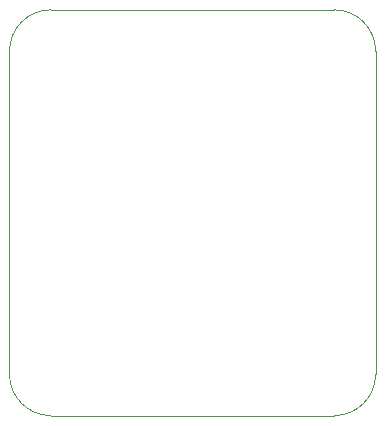
<source format=gm1>
G04 #@! TF.GenerationSoftware,KiCad,Pcbnew,5.1.4+dfsg1-1*
G04 #@! TF.CreationDate,2019-12-22T00:43:44+01:00*
G04 #@! TF.ProjectId,USB-C-Screen-Adapter-LDR6023SS,5553422d-432d-4536-9372-65656e2d4164,rev?*
G04 #@! TF.SameCoordinates,Original*
G04 #@! TF.FileFunction,Profile,NP*
%FSLAX46Y46*%
G04 Gerber Fmt 4.6, Leading zero omitted, Abs format (unit mm)*
G04 Created by KiCad (PCBNEW 5.1.4+dfsg1-1) date 2019-12-22 00:43:44*
%MOMM*%
%LPD*%
G04 APERTURE LIST*
%ADD10C,0.050000*%
G04 APERTURE END LIST*
D10*
X103500000Y-134350000D02*
G75*
G02X100000000Y-130850000I0J3500000D01*
G01*
X131000000Y-130850000D02*
G75*
G02X127500000Y-134350000I-3500000J0D01*
G01*
X127500000Y-100000000D02*
G75*
G02X131000000Y-103500000I0J-3500000D01*
G01*
X100000000Y-103500000D02*
G75*
G02X103500000Y-100000000I3500000J0D01*
G01*
X127500000Y-100000000D02*
X103500000Y-100000000D01*
X131000000Y-130850000D02*
X131000000Y-103500000D01*
X103500000Y-134350000D02*
X127500000Y-134350000D01*
X100000000Y-103500000D02*
X100000000Y-130850000D01*
M02*

</source>
